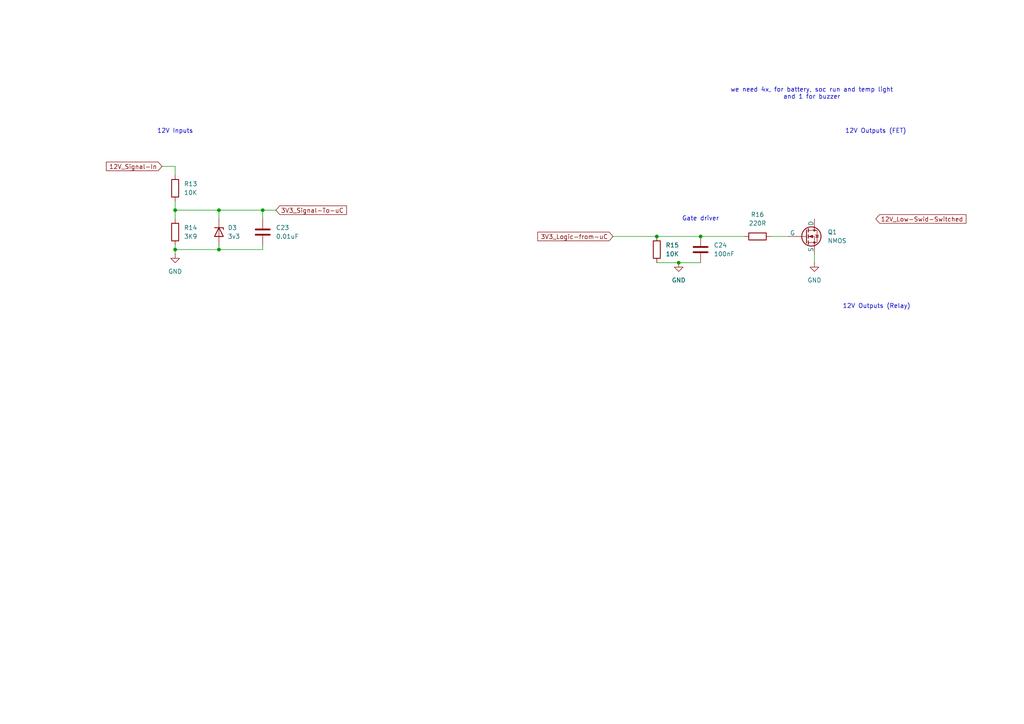
<source format=kicad_sch>
(kicad_sch (version 20231120) (generator "eeschema") (generator_version "8.0")
  (paper "A4")
  (lib_symbols
    (symbol "Device:C" (pin_numbers hide) (pin_names (offset 0.254))
      (property "Reference" "C" (at 0.635 2.54 0))
      (property "Value" "C" (at 0.635 -2.54 0))
      (symbol "C_0_1"
        (polyline (pts (xy -2.032 -0.762) (xy 2.032 -0.762)) (stroke (width 0.508)))
        (polyline (pts (xy -2.032 0.762) (xy 2.032 0.762)) (stroke (width 0.508)))
      )
      (symbol "C_1_1"
        (pin passive line (at 0 3.81 270) (length 2.794) (name "~") (number "1"))
        (pin passive line (at 0 -3.81 90) (length 2.794) (name "~") (number "2"))
      )
    )
    (symbol "Device:D_Zener" (pin_numbers hide) (pin_names (offset 1.016) hide)
      (property "Reference" "D" (at 0 2.54 0))
      (property "Value" "D_Zener" (at 0 -2.54 0))
      (symbol "D_Zener_0_1"
        (polyline (pts (xy 1.27 0) (xy -1.27 0)))
        (polyline (pts (xy -1.27 -1.27) (xy -1.27 1.27) (xy -0.762 1.27)) (stroke (width 0.254)))
        (polyline (pts (xy 1.27 -1.27) (xy 1.27 1.27) (xy -1.27 0) (xy 1.27 -1.27)) (stroke (width 0.254)))
      )
      (symbol "D_Zener_1_1"
        (pin passive line (at -3.81 0 0) (length 2.54) (name "K") (number "1"))
        (pin passive line (at 3.81 0 180) (length 2.54) (name "A") (number "2"))
      )
    )
    (symbol "Device:R" (pin_numbers hide) (pin_names (offset 0))
      (property "Reference" "R" (at 2.032 0 90))
      (property "Value" "R" (at 0 0 90))
      (symbol "R_0_1"
        (rectangle (start -1.016 -2.54) (end 1.016 2.54) (stroke (width 0.254)))
      )
      (symbol "R_1_1"
        (pin passive line (at 0 3.81 270) (length 1.27) (name "~") (number "1"))
        (pin passive line (at 0 -3.81 90) (length 1.27) (name "~") (number "2"))
      )
    )
    (symbol "Simulation_SPICE:NMOS" (pin_numbers hide) (pin_names (offset 0))
      (property "Reference" "Q" (at 5.08 1.27 0))
      (property "Value" "NMOS" (at 5.08 -1.27 0))
      (symbol "NMOS_0_1"
        (polyline (pts (xy 0.254 0) (xy -2.54 0)))
        (polyline (pts (xy 0.254 1.905) (xy 0.254 -1.905)) (stroke (width 0.254)))
        (polyline (pts (xy 0.762 -1.27) (xy 0.762 -2.286)) (stroke (width 0.254)))
        (polyline (pts (xy 0.762 0.508) (xy 0.762 -0.508)) (stroke (width 0.254)))
        (polyline (pts (xy 0.762 2.286) (xy 0.762 1.27)) (stroke (width 0.254)))
        (polyline (pts (xy 2.54 2.54) (xy 2.54 1.778)))
        (polyline (pts (xy 2.54 -2.54) (xy 2.54 0) (xy 0.762 0)))
        (polyline (pts (xy 0.762 -1.778) (xy 3.302 -1.778) (xy 3.302 1.778) (xy 0.762 1.778)))
        (polyline (pts (xy 1.016 0) (xy 2.032 0.381) (xy 2.032 -0.381) (xy 1.016 0)) (fill (type outline)))
        (polyline (pts (xy 2.794 0.508) (xy 2.921 0.381) (xy 3.683 0.381) (xy 3.81 0.254)))
        (polyline (pts (xy 3.302 0.381) (xy 2.921 -0.254) (xy 3.683 -0.254) (xy 3.302 0.381)))
        (circle (center 1.651 0) (radius 2.794) (stroke (width 0.254)))
        (circle (center 2.54 -1.778) (radius 0.254) (fill (type outline)))
        (circle (center 2.54 1.778) (radius 0.254) (fill (type outline)))
      )
      (symbol "NMOS_1_1"
        (pin passive line (at 2.54 5.08 270) (length 2.54) (name "D") (number "1"))
        (pin input line (at -5.08 0 0) (length 2.54) (name "G") (number "2"))
        (pin passive line (at 2.54 -5.08 90) (length 2.54) (name "S") (number "3"))
      )
    )
    (symbol "power:GND" (power) (pin_numbers hide) (pin_names (offset 0) hide)
      (property "Value" "GND" (at 0 -3.81 0))
      (symbol "GND_0_1"
        (polyline (pts (xy 0 0) (xy 0 -1.27) (xy 1.27 -1.27) (xy 0 -2.54) (xy -1.27 -1.27) (xy 0 -1.27)))
      )
      (symbol "GND_1_1"
        (pin power_in line (at 0 0 270) (length 0) (name "~") (number "1"))
      )
    )
  )
  (junction (at 76.2 60.96))
  (junction (at 190.5 68.58))
  (junction (at 196.85 76.2))
  (junction (at 63.5 60.96))
  (junction (at 63.5 72.39))
  (junction (at 50.8 72.39))
  (junction (at 203.2 68.58))
  (junction (at 50.8 60.96))
  (wire (pts (xy 177.8 68.58) (xy 190.5 68.58)))
  (wire (pts (xy 50.8 60.96) (xy 63.5 60.96)))
  (wire (pts (xy 76.2 60.96) (xy 80.01 60.96)))
  (wire (pts (xy 50.8 71.12) (xy 50.8 72.39)))
  (wire (pts (xy 63.5 71.12) (xy 63.5 72.39)))
  (wire (pts (xy 190.5 68.58) (xy 203.2 68.58)))
  (wire (pts (xy 50.8 50.8) (xy 50.8 48.26)))
  (wire (pts (xy 50.8 58.42) (xy 50.8 60.96)))
  (wire (pts (xy 63.5 63.5) (xy 63.5 60.96)))
  (wire (pts (xy 76.2 71.12) (xy 76.2 72.39)))
  (wire (pts (xy 236.22 73.66) (xy 236.22 76.2)))
  (wire (pts (xy 50.8 72.39) (xy 50.8 73.66)))
  (wire (pts (xy 50.8 60.96) (xy 50.8 63.5)))
  (wire (pts (xy 63.5 60.96) (xy 76.2 60.96)))
  (wire (pts (xy 203.2 68.58) (xy 215.9 68.58)))
  (wire (pts (xy 63.5 72.39) (xy 76.2 72.39)))
  (wire (pts (xy 76.2 63.5) (xy 76.2 60.96)))
  (wire (pts (xy 196.85 76.2) (xy 203.2 76.2)))
  (wire (pts (xy 50.8 72.39) (xy 63.5 72.39)))
  (wire (pts (xy 190.5 76.2) (xy 196.85 76.2)))
  (wire (pts (xy 223.52 68.58) (xy 228.6 68.58)))
  (wire (pts (xy 46.99 48.26) (xy 50.8 48.26)))
  (text "Gate driver" (at 203.2 63.5 0) (effects (font (size 1.27 1.27))))
  (text "12V Inputs" (at 50.8 38.1 0) (effects (font (size 1.27 1.27))))
  (text "12V Outputs (Relay)" (at 254.254 88.9 0) (effects (font (size 1.27 1.27))))
  (text "12V Outputs (FET)" (at 254 38.1 0) (effects (font (size 1.27 1.27))))
  (text "we need 4x, for battery, soc run and temp light\nand 1 for buzzer\n" (at 235.458 27.178 0) (effects (font (size 1.27 1.27))))
  (global_label "12V_Signal-In" (shape input) (at 46.99 48.26 180) (property "Intersheetrefs" "${INTERSHEET_REFS}" (effects (hide yes))))
  (global_label "12V_Low-Swid-Switched" (shape input) (at 254 63.5 0) (property "Intersheetrefs" "${INTERSHEET_REFS}" (effects (hide yes))))
  (global_label "3V3_Signal-To-uC" (shape input) (at 80.01 60.96 0) (property "Intersheetrefs" "${INTERSHEET_REFS}" (effects (hide yes))))
  (global_label "3V3_Logic-from-uC" (shape input) (at 177.8 68.58 180) (property "Intersheetrefs" "${INTERSHEET_REFS}" (effects (hide yes))))
  (symbol (lib_id "Device:C") (at 203.2 72.39 0) (unit 1)
    (property "Reference" "C24" (at 207.01 71.1199 0) (effects (justify left)))
    (property "Value" "100nF" (at 207.01 73.6599 0) (effects (justify left)))
    (property "Description" "Unpolarized capacitor" (effects (hide yes)))
  )
  (symbol (lib_id "Simulation_SPICE:NMOS") (at 233.68 68.58 0) (unit 1)
    (property "Reference" "Q1" (at 240.03 67.3099 0) (effects (justify left)))
    (property "Value" "NMOS" (at 240.03 69.8499 0) (effects (justify left)))
    (property "Footprint" "Library:IRFH9714" (effects (hide yes)))
    (property "Datasheet" "https://ngspice.sourceforge.io/docs/ngspice-html-manual/manual.xhtml#cha_MOSFETs" (effects (hide yes)))
    (property "Description" "N-MOSFET transistor, drain/source/gate" (effects (hide yes)))
    (property "Sim.Device" "NMOS" (effects (hide yes)))
    (property "Sim.Type" "VDMOS" (effects (hide yes)))
    (property "Sim.Pins" "1=D 2=G 3=S" (effects (hide yes)))
  )
  (symbol (lib_id "Device:R") (at 219.71 68.58 90) (unit 1)
    (property "Reference" "R16" (at 219.71 62.23 90))
    (property "Value" "220R" (at 219.71 64.77 90))
    (property "Description" "Resistor" (effects (hide yes)))
  )
  (symbol (lib_id "Device:R") (at 50.8 67.31 0) (unit 1)
    (property "Reference" "R14" (at 53.34 66.0399 0) (effects (justify left)))
    (property "Value" "3K9" (at 53.34 68.5799 0) (effects (justify left)))
    (property "Footprint" "Resistor_SMD:R_0805_2012Metric_Pad1.20x1.40mm_HandSolder" (effects (hide yes)))
    (property "Description" "Resistor" (effects (hide yes)))
  )
  (symbol (lib_id "Device:C") (at 76.2 67.31 0) (unit 1)
    (property "Reference" "C23" (at 80.01 66.0399 0) (effects (justify left)))
    (property "Value" "0.01uF" (at 80.01 68.5799 0) (effects (justify left)))
    (property "Footprint" "Capacitor_SMD:C_0805_2012Metric_Pad1.18x1.45mm_HandSolder" (effects (hide yes)))
    (property "Description" "Unpolarized capacitor" (effects (hide yes)))
  )
  (symbol (lib_id "Device:R") (at 50.8 54.61 0) (unit 1)
    (property "Reference" "R13" (at 53.34 53.3399 0) (effects (justify left)))
    (property "Value" "10K" (at 53.34 55.8799 0) (effects (justify left)))
    (property "Footprint" "Resistor_SMD:R_0805_2012Metric_Pad1.20x1.40mm_HandSolder" (effects (hide yes)))
    (property "Description" "Resistor" (effects (hide yes)))
  )
  (symbol (lib_id "power:GND") (at 236.22 76.2 0) (unit 1)
    (property "Reference" "#PWR088" (effects (hide yes)))
    (property "Value" "GND" (at 236.22 81.28 0))
    (property "Description" "Power symbol creates a global label with name \"GND\" , ground" (effects (hide yes)))
  )
  (symbol (lib_id "power:GND") (at 50.8 73.66 0) (unit 1)
    (property "Reference" "#PWR087" (effects (hide yes)))
    (property "Value" "GND" (at 50.8 78.74 0))
    (property "Description" "Power symbol creates a global label with name \"GND\" , ground" (effects (hide yes)))
  )
  (symbol (lib_id "Device:R") (at 190.5 72.39 0) (unit 1)
    (property "Reference" "R15" (at 193.04 71.1199 0) (effects (justify left)))
    (property "Value" "10K" (at 193.04 73.6599 0) (effects (justify left)))
    (property "Description" "Resistor" (effects (hide yes)))
  )
  (symbol (lib_id "Device:D_Zener") (at 63.5 67.31 270) (unit 1)
    (property "Reference" "D3" (at 66.04 66.0399 90) (effects (justify left)))
    (property "Value" "3v3" (at 66.04 68.5799 90) (effects (justify left)))
    (property "Footprint" "Diode_SMD:D_MiniMELF_Handsoldering" (effects (hide yes)))
    (property "Description" "Zener diode" (effects (hide yes)))
  )
  (symbol (lib_id "power:GND") (at 196.85 76.2 0) (unit 1)
    (property "Reference" "#PWR089" (effects (hide yes)))
    (property "Value" "GND" (at 196.85 81.28 0))
    (property "Description" "Power symbol creates a global label with name \"GND\" , ground" (effects (hide yes)))
  )
)
</source>
